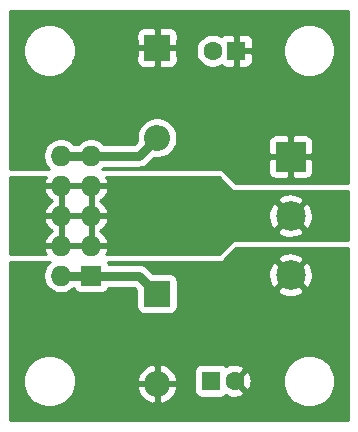
<source format=gbr>
%TF.GenerationSoftware,KiCad,Pcbnew,5.1.8-db9833491~87~ubuntu20.04.1*%
%TF.CreationDate,2020-11-21T13:57:41-05:00*%
%TF.ProjectId,powerbreakout,706f7765-7262-4726-9561-6b6f75742e6b,rev?*%
%TF.SameCoordinates,Original*%
%TF.FileFunction,Copper,L1,Top*%
%TF.FilePolarity,Positive*%
%FSLAX46Y46*%
G04 Gerber Fmt 4.6, Leading zero omitted, Abs format (unit mm)*
G04 Created by KiCad (PCBNEW 5.1.8-db9833491~87~ubuntu20.04.1) date 2020-11-21 13:57:41*
%MOMM*%
%LPD*%
G01*
G04 APERTURE LIST*
%TA.AperFunction,ComponentPad*%
%ADD10C,2.500000*%
%TD*%
%TA.AperFunction,ComponentPad*%
%ADD11R,2.500000X2.500000*%
%TD*%
%TA.AperFunction,ComponentPad*%
%ADD12O,1.727200X1.727200*%
%TD*%
%TA.AperFunction,ComponentPad*%
%ADD13R,1.727200X1.727200*%
%TD*%
%TA.AperFunction,ComponentPad*%
%ADD14O,2.200000X2.200000*%
%TD*%
%TA.AperFunction,ComponentPad*%
%ADD15R,2.200000X2.200000*%
%TD*%
%TA.AperFunction,ComponentPad*%
%ADD16C,1.600000*%
%TD*%
%TA.AperFunction,ComponentPad*%
%ADD17R,1.600000X1.600000*%
%TD*%
%TA.AperFunction,Conductor*%
%ADD18C,0.750000*%
%TD*%
%TA.AperFunction,Conductor*%
%ADD19C,0.254000*%
%TD*%
%TA.AperFunction,Conductor*%
%ADD20C,0.100000*%
%TD*%
G04 APERTURE END LIST*
D10*
%TO.P,J2,3*%
%TO.N,-12V*%
X19431000Y-5000000D03*
%TO.P,J2,2*%
%TO.N,GND*%
X19431000Y0D03*
D11*
%TO.P,J2,1*%
%TO.N,+12V*%
X19431000Y5000000D03*
%TD*%
D12*
%TO.P,J1,10*%
%TO.N,Net-(D1-Pad2)*%
X0Y5080000D03*
%TO.P,J1,9*%
X2540000Y5080000D03*
%TO.P,J1,8*%
%TO.N,GND*%
X0Y2540000D03*
%TO.P,J1,7*%
X2540000Y2540000D03*
%TO.P,J1,6*%
X0Y0D03*
%TO.P,J1,5*%
X2540000Y0D03*
%TO.P,J1,4*%
X0Y-2540000D03*
%TO.P,J1,3*%
X2540000Y-2540000D03*
%TO.P,J1,2*%
%TO.N,Net-(D2-Pad1)*%
X0Y-5080000D03*
D13*
%TO.P,J1,1*%
X2540000Y-5080000D03*
%TD*%
D14*
%TO.P,D2,2*%
%TO.N,-12V*%
X8128000Y-14224000D03*
D15*
%TO.P,D2,1*%
%TO.N,Net-(D2-Pad1)*%
X8128000Y-6604000D03*
%TD*%
D14*
%TO.P,D1,2*%
%TO.N,Net-(D1-Pad2)*%
X8128000Y6604000D03*
D15*
%TO.P,D1,1*%
%TO.N,+12V*%
X8128000Y14224000D03*
%TD*%
D16*
%TO.P,C2,2*%
%TO.N,-12V*%
X14700000Y-13970000D03*
D17*
%TO.P,C2,1*%
%TO.N,GND*%
X12700000Y-13970000D03*
%TD*%
D16*
%TO.P,C1,2*%
%TO.N,GND*%
X12827000Y13970000D03*
D17*
%TO.P,C1,1*%
%TO.N,+12V*%
X14827000Y13970000D03*
%TD*%
D18*
%TO.N,Net-(D1-Pad2)*%
X0Y5080000D02*
X2540000Y5080000D01*
X6604000Y5080000D02*
X8128000Y6604000D01*
X2540000Y5080000D02*
X6604000Y5080000D01*
%TO.N,Net-(D2-Pad1)*%
X0Y-5080000D02*
X2540000Y-5080000D01*
X6604000Y-5080000D02*
X8128000Y-6604000D01*
X2540000Y-5080000D02*
X6604000Y-5080000D01*
%TD*%
D19*
%TO.N,GND*%
X-1409222Y3049814D02*
X-1454958Y2899026D01*
X-1333817Y2667000D01*
X-127000Y2667000D01*
X-127000Y2687000D01*
X127000Y2687000D01*
X127000Y2667000D01*
X2413000Y2667000D01*
X2413000Y2687000D01*
X2667000Y2687000D01*
X2667000Y2667000D01*
X3873817Y2667000D01*
X3994958Y2899026D01*
X3949222Y3049814D01*
X3842703Y3273000D01*
X13347394Y3273000D01*
X14510197Y2110197D01*
X14529443Y2094403D01*
X14551399Y2082667D01*
X14575224Y2075440D01*
X14600000Y2073000D01*
X24315000Y2073000D01*
X24315001Y-2073000D01*
X14600000Y-2073000D01*
X14575224Y-2075440D01*
X14551399Y-2082667D01*
X14529443Y-2094403D01*
X14510197Y-2110197D01*
X13347394Y-3273000D01*
X3842703Y-3273000D01*
X3949222Y-3049814D01*
X3994958Y-2899026D01*
X3873817Y-2667000D01*
X2667000Y-2667000D01*
X2667000Y-2687000D01*
X2413000Y-2687000D01*
X2413000Y-2667000D01*
X127000Y-2667000D01*
X127000Y-2687000D01*
X-127000Y-2687000D01*
X-127000Y-2667000D01*
X-1333817Y-2667000D01*
X-1454958Y-2899026D01*
X-1409222Y-3049814D01*
X-1302703Y-3273000D01*
X-4315000Y-3273000D01*
X-4315000Y-359026D01*
X-1454958Y-359026D01*
X-1409222Y-509814D01*
X-1282684Y-774944D01*
X-1106854Y-1010293D01*
X-888488Y-1206817D01*
X-782230Y-1270000D01*
X-888488Y-1333183D01*
X-1106854Y-1529707D01*
X-1282684Y-1765056D01*
X-1409222Y-2030186D01*
X-1454958Y-2180974D01*
X-1333817Y-2413000D01*
X-127000Y-2413000D01*
X-127000Y-127000D01*
X127000Y-127000D01*
X127000Y-2413000D01*
X2413000Y-2413000D01*
X2413000Y-127000D01*
X2667000Y-127000D01*
X2667000Y-2413000D01*
X3873817Y-2413000D01*
X3994958Y-2180974D01*
X3949222Y-2030186D01*
X3822684Y-1765056D01*
X3646854Y-1529707D01*
X3428488Y-1333183D01*
X3395563Y-1313605D01*
X18297000Y-1313605D01*
X18422914Y-1603577D01*
X18755126Y-1769433D01*
X19113312Y-1867290D01*
X19483706Y-1893389D01*
X19852075Y-1846725D01*
X20204262Y-1729094D01*
X20439086Y-1603577D01*
X20565000Y-1313605D01*
X19431000Y-179605D01*
X18297000Y-1313605D01*
X3395563Y-1313605D01*
X3322230Y-1270000D01*
X3428488Y-1206817D01*
X3646854Y-1010293D01*
X3822684Y-774944D01*
X3949222Y-509814D01*
X3994958Y-359026D01*
X3873817Y-127000D01*
X2667000Y-127000D01*
X2413000Y-127000D01*
X127000Y-127000D01*
X-127000Y-127000D01*
X-1333817Y-127000D01*
X-1454958Y-359026D01*
X-4315000Y-359026D01*
X-4315000Y-52706D01*
X17537611Y-52706D01*
X17584275Y-421075D01*
X17701906Y-773262D01*
X17827423Y-1008086D01*
X18117395Y-1134000D01*
X19251395Y0D01*
X19610605Y0D01*
X20744605Y-1134000D01*
X21034577Y-1008086D01*
X21200433Y-675874D01*
X21298290Y-317688D01*
X21324389Y52706D01*
X21277725Y421075D01*
X21160094Y773262D01*
X21034577Y1008086D01*
X20744605Y1134000D01*
X19610605Y0D01*
X19251395Y0D01*
X18117395Y1134000D01*
X17827423Y1008086D01*
X17661567Y675874D01*
X17563710Y317688D01*
X17537611Y-52706D01*
X-4315000Y-52706D01*
X-4315000Y2180974D01*
X-1454958Y2180974D01*
X-1409222Y2030186D01*
X-1282684Y1765056D01*
X-1106854Y1529707D01*
X-888488Y1333183D01*
X-782230Y1270000D01*
X-888488Y1206817D01*
X-1106854Y1010293D01*
X-1282684Y774944D01*
X-1409222Y509814D01*
X-1454958Y359026D01*
X-1333817Y127000D01*
X-127000Y127000D01*
X-127000Y2413000D01*
X127000Y2413000D01*
X127000Y127000D01*
X2413000Y127000D01*
X2413000Y2413000D01*
X2667000Y2413000D01*
X2667000Y127000D01*
X3873817Y127000D01*
X3994958Y359026D01*
X3949222Y509814D01*
X3822684Y774944D01*
X3646854Y1010293D01*
X3428488Y1206817D01*
X3322230Y1270000D01*
X3395562Y1313605D01*
X18297000Y1313605D01*
X19431000Y179605D01*
X20565000Y1313605D01*
X20439086Y1603577D01*
X20106874Y1769433D01*
X19748688Y1867290D01*
X19378294Y1893389D01*
X19009925Y1846725D01*
X18657738Y1729094D01*
X18422914Y1603577D01*
X18297000Y1313605D01*
X3395562Y1313605D01*
X3428488Y1333183D01*
X3646854Y1529707D01*
X3822684Y1765056D01*
X3949222Y2030186D01*
X3994958Y2180974D01*
X3873817Y2413000D01*
X2667000Y2413000D01*
X2413000Y2413000D01*
X127000Y2413000D01*
X-127000Y2413000D01*
X-1333817Y2413000D01*
X-1454958Y2180974D01*
X-4315000Y2180974D01*
X-4315000Y3273000D01*
X-1302703Y3273000D01*
X-1409222Y3049814D01*
%TA.AperFunction,Conductor*%
D20*
G36*
X-1409222Y3049814D02*
G01*
X-1454958Y2899026D01*
X-1333817Y2667000D01*
X-127000Y2667000D01*
X-127000Y2687000D01*
X127000Y2687000D01*
X127000Y2667000D01*
X2413000Y2667000D01*
X2413000Y2687000D01*
X2667000Y2687000D01*
X2667000Y2667000D01*
X3873817Y2667000D01*
X3994958Y2899026D01*
X3949222Y3049814D01*
X3842703Y3273000D01*
X13347394Y3273000D01*
X14510197Y2110197D01*
X14529443Y2094403D01*
X14551399Y2082667D01*
X14575224Y2075440D01*
X14600000Y2073000D01*
X24315000Y2073000D01*
X24315001Y-2073000D01*
X14600000Y-2073000D01*
X14575224Y-2075440D01*
X14551399Y-2082667D01*
X14529443Y-2094403D01*
X14510197Y-2110197D01*
X13347394Y-3273000D01*
X3842703Y-3273000D01*
X3949222Y-3049814D01*
X3994958Y-2899026D01*
X3873817Y-2667000D01*
X2667000Y-2667000D01*
X2667000Y-2687000D01*
X2413000Y-2687000D01*
X2413000Y-2667000D01*
X127000Y-2667000D01*
X127000Y-2687000D01*
X-127000Y-2687000D01*
X-127000Y-2667000D01*
X-1333817Y-2667000D01*
X-1454958Y-2899026D01*
X-1409222Y-3049814D01*
X-1302703Y-3273000D01*
X-4315000Y-3273000D01*
X-4315000Y-359026D01*
X-1454958Y-359026D01*
X-1409222Y-509814D01*
X-1282684Y-774944D01*
X-1106854Y-1010293D01*
X-888488Y-1206817D01*
X-782230Y-1270000D01*
X-888488Y-1333183D01*
X-1106854Y-1529707D01*
X-1282684Y-1765056D01*
X-1409222Y-2030186D01*
X-1454958Y-2180974D01*
X-1333817Y-2413000D01*
X-127000Y-2413000D01*
X-127000Y-127000D01*
X127000Y-127000D01*
X127000Y-2413000D01*
X2413000Y-2413000D01*
X2413000Y-127000D01*
X2667000Y-127000D01*
X2667000Y-2413000D01*
X3873817Y-2413000D01*
X3994958Y-2180974D01*
X3949222Y-2030186D01*
X3822684Y-1765056D01*
X3646854Y-1529707D01*
X3428488Y-1333183D01*
X3395563Y-1313605D01*
X18297000Y-1313605D01*
X18422914Y-1603577D01*
X18755126Y-1769433D01*
X19113312Y-1867290D01*
X19483706Y-1893389D01*
X19852075Y-1846725D01*
X20204262Y-1729094D01*
X20439086Y-1603577D01*
X20565000Y-1313605D01*
X19431000Y-179605D01*
X18297000Y-1313605D01*
X3395563Y-1313605D01*
X3322230Y-1270000D01*
X3428488Y-1206817D01*
X3646854Y-1010293D01*
X3822684Y-774944D01*
X3949222Y-509814D01*
X3994958Y-359026D01*
X3873817Y-127000D01*
X2667000Y-127000D01*
X2413000Y-127000D01*
X127000Y-127000D01*
X-127000Y-127000D01*
X-1333817Y-127000D01*
X-1454958Y-359026D01*
X-4315000Y-359026D01*
X-4315000Y-52706D01*
X17537611Y-52706D01*
X17584275Y-421075D01*
X17701906Y-773262D01*
X17827423Y-1008086D01*
X18117395Y-1134000D01*
X19251395Y0D01*
X19610605Y0D01*
X20744605Y-1134000D01*
X21034577Y-1008086D01*
X21200433Y-675874D01*
X21298290Y-317688D01*
X21324389Y52706D01*
X21277725Y421075D01*
X21160094Y773262D01*
X21034577Y1008086D01*
X20744605Y1134000D01*
X19610605Y0D01*
X19251395Y0D01*
X18117395Y1134000D01*
X17827423Y1008086D01*
X17661567Y675874D01*
X17563710Y317688D01*
X17537611Y-52706D01*
X-4315000Y-52706D01*
X-4315000Y2180974D01*
X-1454958Y2180974D01*
X-1409222Y2030186D01*
X-1282684Y1765056D01*
X-1106854Y1529707D01*
X-888488Y1333183D01*
X-782230Y1270000D01*
X-888488Y1206817D01*
X-1106854Y1010293D01*
X-1282684Y774944D01*
X-1409222Y509814D01*
X-1454958Y359026D01*
X-1333817Y127000D01*
X-127000Y127000D01*
X-127000Y2413000D01*
X127000Y2413000D01*
X127000Y127000D01*
X2413000Y127000D01*
X2413000Y2413000D01*
X2667000Y2413000D01*
X2667000Y127000D01*
X3873817Y127000D01*
X3994958Y359026D01*
X3949222Y509814D01*
X3822684Y774944D01*
X3646854Y1010293D01*
X3428488Y1206817D01*
X3322230Y1270000D01*
X3395562Y1313605D01*
X18297000Y1313605D01*
X19431000Y179605D01*
X20565000Y1313605D01*
X20439086Y1603577D01*
X20106874Y1769433D01*
X19748688Y1867290D01*
X19378294Y1893389D01*
X19009925Y1846725D01*
X18657738Y1729094D01*
X18422914Y1603577D01*
X18297000Y1313605D01*
X3395562Y1313605D01*
X3428488Y1333183D01*
X3646854Y1529707D01*
X3822684Y1765056D01*
X3949222Y2030186D01*
X3994958Y2180974D01*
X3873817Y2413000D01*
X2667000Y2413000D01*
X2413000Y2413000D01*
X127000Y2413000D01*
X-127000Y2413000D01*
X-1333817Y2413000D01*
X-1454958Y2180974D01*
X-4315000Y2180974D01*
X-4315000Y3273000D01*
X-1302703Y3273000D01*
X-1409222Y3049814D01*
G37*
%TD.AperFunction*%
%TD*%
D19*
%TO.N,+12V*%
X24315000Y2727000D02*
X14852606Y2727000D01*
X13829606Y3750000D01*
X17542928Y3750000D01*
X17555188Y3625518D01*
X17591498Y3505820D01*
X17650463Y3395506D01*
X17729815Y3298815D01*
X17826506Y3219463D01*
X17936820Y3160498D01*
X18056518Y3124188D01*
X18181000Y3111928D01*
X19145250Y3115000D01*
X19304000Y3273750D01*
X19304000Y4873000D01*
X19558000Y4873000D01*
X19558000Y3273750D01*
X19716750Y3115000D01*
X20681000Y3111928D01*
X20805482Y3124188D01*
X20925180Y3160498D01*
X21035494Y3219463D01*
X21132185Y3298815D01*
X21211537Y3395506D01*
X21270502Y3505820D01*
X21306812Y3625518D01*
X21319072Y3750000D01*
X21316000Y4714250D01*
X21157250Y4873000D01*
X19558000Y4873000D01*
X19304000Y4873000D01*
X17704750Y4873000D01*
X17546000Y4714250D01*
X17542928Y3750000D01*
X13829606Y3750000D01*
X13689803Y3889803D01*
X13670557Y3905597D01*
X13648601Y3917333D01*
X13624776Y3924560D01*
X13600065Y3927000D01*
X3511488Y3932147D01*
X3649341Y4070000D01*
X6554392Y4070000D01*
X6604000Y4065114D01*
X6801994Y4084615D01*
X6992380Y4142368D01*
X7167840Y4236153D01*
X7321633Y4362367D01*
X7353261Y4400906D01*
X7843880Y4891524D01*
X7957117Y4869000D01*
X8298883Y4869000D01*
X8634081Y4935675D01*
X8949831Y5066463D01*
X9233998Y5256337D01*
X9475663Y5498002D01*
X9665537Y5782169D01*
X9796325Y6097919D01*
X9826575Y6250000D01*
X17542928Y6250000D01*
X17546000Y5285750D01*
X17704750Y5127000D01*
X19304000Y5127000D01*
X19304000Y6726250D01*
X19558000Y6726250D01*
X19558000Y5127000D01*
X21157250Y5127000D01*
X21316000Y5285750D01*
X21319072Y6250000D01*
X21306812Y6374482D01*
X21270502Y6494180D01*
X21211537Y6604494D01*
X21132185Y6701185D01*
X21035494Y6780537D01*
X20925180Y6839502D01*
X20805482Y6875812D01*
X20681000Y6888072D01*
X19716750Y6885000D01*
X19558000Y6726250D01*
X19304000Y6726250D01*
X19145250Y6885000D01*
X18181000Y6888072D01*
X18056518Y6875812D01*
X17936820Y6839502D01*
X17826506Y6780537D01*
X17729815Y6701185D01*
X17650463Y6604494D01*
X17591498Y6494180D01*
X17555188Y6374482D01*
X17542928Y6250000D01*
X9826575Y6250000D01*
X9863000Y6433117D01*
X9863000Y6774883D01*
X9796325Y7110081D01*
X9665537Y7425831D01*
X9475663Y7709998D01*
X9233998Y7951663D01*
X8949831Y8141537D01*
X8634081Y8272325D01*
X8298883Y8339000D01*
X7957117Y8339000D01*
X7621919Y8272325D01*
X7306169Y8141537D01*
X7022002Y7951663D01*
X6780337Y7709998D01*
X6590463Y7425831D01*
X6459675Y7110081D01*
X6393000Y6774883D01*
X6393000Y6433117D01*
X6415524Y6319880D01*
X6185645Y6090000D01*
X3649341Y6090000D01*
X3495302Y6244039D01*
X3249853Y6408042D01*
X2977125Y6521010D01*
X2687599Y6578600D01*
X2392401Y6578600D01*
X2102875Y6521010D01*
X1830147Y6408042D01*
X1584698Y6244039D01*
X1430659Y6090000D01*
X1109341Y6090000D01*
X955302Y6244039D01*
X709853Y6408042D01*
X437125Y6521010D01*
X147599Y6578600D01*
X-147599Y6578600D01*
X-437125Y6521010D01*
X-709853Y6408042D01*
X-955302Y6244039D01*
X-1164039Y6035302D01*
X-1328042Y5789853D01*
X-1441010Y5517125D01*
X-1498600Y5227599D01*
X-1498600Y4932401D01*
X-1441010Y4642875D01*
X-1328042Y4370147D01*
X-1164039Y4124698D01*
X-973776Y3934435D01*
X-4315000Y3936140D01*
X-4315000Y14220128D01*
X-3235000Y14220128D01*
X-3235000Y13779872D01*
X-3149110Y13348075D01*
X-2980631Y12941331D01*
X-2736038Y12575271D01*
X-2424729Y12263962D01*
X-2058669Y12019369D01*
X-1651925Y11850890D01*
X-1220128Y11765000D01*
X-779872Y11765000D01*
X-348075Y11850890D01*
X58669Y12019369D01*
X424729Y12263962D01*
X736038Y12575271D01*
X980631Y12941331D01*
X1056295Y13124000D01*
X6389928Y13124000D01*
X6402188Y12999518D01*
X6438498Y12879820D01*
X6497463Y12769506D01*
X6576815Y12672815D01*
X6673506Y12593463D01*
X6783820Y12534498D01*
X6903518Y12498188D01*
X7028000Y12485928D01*
X7842250Y12489000D01*
X8001000Y12647750D01*
X8001000Y14097000D01*
X8255000Y14097000D01*
X8255000Y12647750D01*
X8413750Y12489000D01*
X9228000Y12485928D01*
X9352482Y12498188D01*
X9472180Y12534498D01*
X9582494Y12593463D01*
X9679185Y12672815D01*
X9758537Y12769506D01*
X9817502Y12879820D01*
X9853812Y12999518D01*
X9866072Y13124000D01*
X9863000Y13938250D01*
X9704250Y14097000D01*
X8255000Y14097000D01*
X8001000Y14097000D01*
X6551750Y14097000D01*
X6393000Y13938250D01*
X6389928Y13124000D01*
X1056295Y13124000D01*
X1149110Y13348075D01*
X1235000Y13779872D01*
X1235000Y14111335D01*
X11392000Y14111335D01*
X11392000Y13828665D01*
X11447147Y13551426D01*
X11555320Y13290273D01*
X11712363Y13055241D01*
X11912241Y12855363D01*
X12147273Y12698320D01*
X12408426Y12590147D01*
X12685665Y12535000D01*
X12968335Y12535000D01*
X13245574Y12590147D01*
X13506727Y12698320D01*
X13562210Y12735393D01*
X13575815Y12718815D01*
X13672506Y12639463D01*
X13782820Y12580498D01*
X13902518Y12544188D01*
X14027000Y12531928D01*
X14541250Y12535000D01*
X14700000Y12693750D01*
X14700000Y13843000D01*
X14954000Y13843000D01*
X14954000Y12693750D01*
X15112750Y12535000D01*
X15627000Y12531928D01*
X15751482Y12544188D01*
X15871180Y12580498D01*
X15981494Y12639463D01*
X16078185Y12718815D01*
X16157537Y12815506D01*
X16216502Y12925820D01*
X16252812Y13045518D01*
X16265072Y13170000D01*
X16262000Y13684250D01*
X16103250Y13843000D01*
X14954000Y13843000D01*
X14700000Y13843000D01*
X14680000Y13843000D01*
X14680000Y14097000D01*
X14700000Y14097000D01*
X14700000Y15246250D01*
X14954000Y15246250D01*
X14954000Y14097000D01*
X16103250Y14097000D01*
X16226378Y14220128D01*
X18765000Y14220128D01*
X18765000Y13779872D01*
X18850890Y13348075D01*
X19019369Y12941331D01*
X19263962Y12575271D01*
X19575271Y12263962D01*
X19941331Y12019369D01*
X20348075Y11850890D01*
X20779872Y11765000D01*
X21220128Y11765000D01*
X21651925Y11850890D01*
X22058669Y12019369D01*
X22424729Y12263962D01*
X22736038Y12575271D01*
X22980631Y12941331D01*
X23149110Y13348075D01*
X23235000Y13779872D01*
X23235000Y14220128D01*
X23149110Y14651925D01*
X22980631Y15058669D01*
X22736038Y15424729D01*
X22424729Y15736038D01*
X22058669Y15980631D01*
X21651925Y16149110D01*
X21220128Y16235000D01*
X20779872Y16235000D01*
X20348075Y16149110D01*
X19941331Y15980631D01*
X19575271Y15736038D01*
X19263962Y15424729D01*
X19019369Y15058669D01*
X18850890Y14651925D01*
X18765000Y14220128D01*
X16226378Y14220128D01*
X16262000Y14255750D01*
X16265072Y14770000D01*
X16252812Y14894482D01*
X16216502Y15014180D01*
X16157537Y15124494D01*
X16078185Y15221185D01*
X15981494Y15300537D01*
X15871180Y15359502D01*
X15751482Y15395812D01*
X15627000Y15408072D01*
X15112750Y15405000D01*
X14954000Y15246250D01*
X14700000Y15246250D01*
X14541250Y15405000D01*
X14027000Y15408072D01*
X13902518Y15395812D01*
X13782820Y15359502D01*
X13672506Y15300537D01*
X13575815Y15221185D01*
X13562210Y15204607D01*
X13506727Y15241680D01*
X13245574Y15349853D01*
X12968335Y15405000D01*
X12685665Y15405000D01*
X12408426Y15349853D01*
X12147273Y15241680D01*
X11912241Y15084637D01*
X11712363Y14884759D01*
X11555320Y14649727D01*
X11447147Y14388574D01*
X11392000Y14111335D01*
X1235000Y14111335D01*
X1235000Y14220128D01*
X1149110Y14651925D01*
X980631Y15058669D01*
X803343Y15324000D01*
X6389928Y15324000D01*
X6393000Y14509750D01*
X6551750Y14351000D01*
X8001000Y14351000D01*
X8001000Y15800250D01*
X8255000Y15800250D01*
X8255000Y14351000D01*
X9704250Y14351000D01*
X9863000Y14509750D01*
X9866072Y15324000D01*
X9853812Y15448482D01*
X9817502Y15568180D01*
X9758537Y15678494D01*
X9679185Y15775185D01*
X9582494Y15854537D01*
X9472180Y15913502D01*
X9352482Y15949812D01*
X9228000Y15962072D01*
X8413750Y15959000D01*
X8255000Y15800250D01*
X8001000Y15800250D01*
X7842250Y15959000D01*
X7028000Y15962072D01*
X6903518Y15949812D01*
X6783820Y15913502D01*
X6673506Y15854537D01*
X6576815Y15775185D01*
X6497463Y15678494D01*
X6438498Y15568180D01*
X6402188Y15448482D01*
X6389928Y15324000D01*
X803343Y15324000D01*
X736038Y15424729D01*
X424729Y15736038D01*
X58669Y15980631D01*
X-348075Y16149110D01*
X-779872Y16235000D01*
X-1220128Y16235000D01*
X-1651925Y16149110D01*
X-2058669Y15980631D01*
X-2424729Y15736038D01*
X-2736038Y15424729D01*
X-2980631Y15058669D01*
X-3149110Y14651925D01*
X-3235000Y14220128D01*
X-4315000Y14220128D01*
X-4315000Y17315000D01*
X24315000Y17315000D01*
X24315000Y2727000D01*
%TA.AperFunction,Conductor*%
D20*
G36*
X24315000Y2727000D02*
G01*
X14852606Y2727000D01*
X13829606Y3750000D01*
X17542928Y3750000D01*
X17555188Y3625518D01*
X17591498Y3505820D01*
X17650463Y3395506D01*
X17729815Y3298815D01*
X17826506Y3219463D01*
X17936820Y3160498D01*
X18056518Y3124188D01*
X18181000Y3111928D01*
X19145250Y3115000D01*
X19304000Y3273750D01*
X19304000Y4873000D01*
X19558000Y4873000D01*
X19558000Y3273750D01*
X19716750Y3115000D01*
X20681000Y3111928D01*
X20805482Y3124188D01*
X20925180Y3160498D01*
X21035494Y3219463D01*
X21132185Y3298815D01*
X21211537Y3395506D01*
X21270502Y3505820D01*
X21306812Y3625518D01*
X21319072Y3750000D01*
X21316000Y4714250D01*
X21157250Y4873000D01*
X19558000Y4873000D01*
X19304000Y4873000D01*
X17704750Y4873000D01*
X17546000Y4714250D01*
X17542928Y3750000D01*
X13829606Y3750000D01*
X13689803Y3889803D01*
X13670557Y3905597D01*
X13648601Y3917333D01*
X13624776Y3924560D01*
X13600065Y3927000D01*
X3511488Y3932147D01*
X3649341Y4070000D01*
X6554392Y4070000D01*
X6604000Y4065114D01*
X6801994Y4084615D01*
X6992380Y4142368D01*
X7167840Y4236153D01*
X7321633Y4362367D01*
X7353261Y4400906D01*
X7843880Y4891524D01*
X7957117Y4869000D01*
X8298883Y4869000D01*
X8634081Y4935675D01*
X8949831Y5066463D01*
X9233998Y5256337D01*
X9475663Y5498002D01*
X9665537Y5782169D01*
X9796325Y6097919D01*
X9826575Y6250000D01*
X17542928Y6250000D01*
X17546000Y5285750D01*
X17704750Y5127000D01*
X19304000Y5127000D01*
X19304000Y6726250D01*
X19558000Y6726250D01*
X19558000Y5127000D01*
X21157250Y5127000D01*
X21316000Y5285750D01*
X21319072Y6250000D01*
X21306812Y6374482D01*
X21270502Y6494180D01*
X21211537Y6604494D01*
X21132185Y6701185D01*
X21035494Y6780537D01*
X20925180Y6839502D01*
X20805482Y6875812D01*
X20681000Y6888072D01*
X19716750Y6885000D01*
X19558000Y6726250D01*
X19304000Y6726250D01*
X19145250Y6885000D01*
X18181000Y6888072D01*
X18056518Y6875812D01*
X17936820Y6839502D01*
X17826506Y6780537D01*
X17729815Y6701185D01*
X17650463Y6604494D01*
X17591498Y6494180D01*
X17555188Y6374482D01*
X17542928Y6250000D01*
X9826575Y6250000D01*
X9863000Y6433117D01*
X9863000Y6774883D01*
X9796325Y7110081D01*
X9665537Y7425831D01*
X9475663Y7709998D01*
X9233998Y7951663D01*
X8949831Y8141537D01*
X8634081Y8272325D01*
X8298883Y8339000D01*
X7957117Y8339000D01*
X7621919Y8272325D01*
X7306169Y8141537D01*
X7022002Y7951663D01*
X6780337Y7709998D01*
X6590463Y7425831D01*
X6459675Y7110081D01*
X6393000Y6774883D01*
X6393000Y6433117D01*
X6415524Y6319880D01*
X6185645Y6090000D01*
X3649341Y6090000D01*
X3495302Y6244039D01*
X3249853Y6408042D01*
X2977125Y6521010D01*
X2687599Y6578600D01*
X2392401Y6578600D01*
X2102875Y6521010D01*
X1830147Y6408042D01*
X1584698Y6244039D01*
X1430659Y6090000D01*
X1109341Y6090000D01*
X955302Y6244039D01*
X709853Y6408042D01*
X437125Y6521010D01*
X147599Y6578600D01*
X-147599Y6578600D01*
X-437125Y6521010D01*
X-709853Y6408042D01*
X-955302Y6244039D01*
X-1164039Y6035302D01*
X-1328042Y5789853D01*
X-1441010Y5517125D01*
X-1498600Y5227599D01*
X-1498600Y4932401D01*
X-1441010Y4642875D01*
X-1328042Y4370147D01*
X-1164039Y4124698D01*
X-973776Y3934435D01*
X-4315000Y3936140D01*
X-4315000Y14220128D01*
X-3235000Y14220128D01*
X-3235000Y13779872D01*
X-3149110Y13348075D01*
X-2980631Y12941331D01*
X-2736038Y12575271D01*
X-2424729Y12263962D01*
X-2058669Y12019369D01*
X-1651925Y11850890D01*
X-1220128Y11765000D01*
X-779872Y11765000D01*
X-348075Y11850890D01*
X58669Y12019369D01*
X424729Y12263962D01*
X736038Y12575271D01*
X980631Y12941331D01*
X1056295Y13124000D01*
X6389928Y13124000D01*
X6402188Y12999518D01*
X6438498Y12879820D01*
X6497463Y12769506D01*
X6576815Y12672815D01*
X6673506Y12593463D01*
X6783820Y12534498D01*
X6903518Y12498188D01*
X7028000Y12485928D01*
X7842250Y12489000D01*
X8001000Y12647750D01*
X8001000Y14097000D01*
X8255000Y14097000D01*
X8255000Y12647750D01*
X8413750Y12489000D01*
X9228000Y12485928D01*
X9352482Y12498188D01*
X9472180Y12534498D01*
X9582494Y12593463D01*
X9679185Y12672815D01*
X9758537Y12769506D01*
X9817502Y12879820D01*
X9853812Y12999518D01*
X9866072Y13124000D01*
X9863000Y13938250D01*
X9704250Y14097000D01*
X8255000Y14097000D01*
X8001000Y14097000D01*
X6551750Y14097000D01*
X6393000Y13938250D01*
X6389928Y13124000D01*
X1056295Y13124000D01*
X1149110Y13348075D01*
X1235000Y13779872D01*
X1235000Y14111335D01*
X11392000Y14111335D01*
X11392000Y13828665D01*
X11447147Y13551426D01*
X11555320Y13290273D01*
X11712363Y13055241D01*
X11912241Y12855363D01*
X12147273Y12698320D01*
X12408426Y12590147D01*
X12685665Y12535000D01*
X12968335Y12535000D01*
X13245574Y12590147D01*
X13506727Y12698320D01*
X13562210Y12735393D01*
X13575815Y12718815D01*
X13672506Y12639463D01*
X13782820Y12580498D01*
X13902518Y12544188D01*
X14027000Y12531928D01*
X14541250Y12535000D01*
X14700000Y12693750D01*
X14700000Y13843000D01*
X14954000Y13843000D01*
X14954000Y12693750D01*
X15112750Y12535000D01*
X15627000Y12531928D01*
X15751482Y12544188D01*
X15871180Y12580498D01*
X15981494Y12639463D01*
X16078185Y12718815D01*
X16157537Y12815506D01*
X16216502Y12925820D01*
X16252812Y13045518D01*
X16265072Y13170000D01*
X16262000Y13684250D01*
X16103250Y13843000D01*
X14954000Y13843000D01*
X14700000Y13843000D01*
X14680000Y13843000D01*
X14680000Y14097000D01*
X14700000Y14097000D01*
X14700000Y15246250D01*
X14954000Y15246250D01*
X14954000Y14097000D01*
X16103250Y14097000D01*
X16226378Y14220128D01*
X18765000Y14220128D01*
X18765000Y13779872D01*
X18850890Y13348075D01*
X19019369Y12941331D01*
X19263962Y12575271D01*
X19575271Y12263962D01*
X19941331Y12019369D01*
X20348075Y11850890D01*
X20779872Y11765000D01*
X21220128Y11765000D01*
X21651925Y11850890D01*
X22058669Y12019369D01*
X22424729Y12263962D01*
X22736038Y12575271D01*
X22980631Y12941331D01*
X23149110Y13348075D01*
X23235000Y13779872D01*
X23235000Y14220128D01*
X23149110Y14651925D01*
X22980631Y15058669D01*
X22736038Y15424729D01*
X22424729Y15736038D01*
X22058669Y15980631D01*
X21651925Y16149110D01*
X21220128Y16235000D01*
X20779872Y16235000D01*
X20348075Y16149110D01*
X19941331Y15980631D01*
X19575271Y15736038D01*
X19263962Y15424729D01*
X19019369Y15058669D01*
X18850890Y14651925D01*
X18765000Y14220128D01*
X16226378Y14220128D01*
X16262000Y14255750D01*
X16265072Y14770000D01*
X16252812Y14894482D01*
X16216502Y15014180D01*
X16157537Y15124494D01*
X16078185Y15221185D01*
X15981494Y15300537D01*
X15871180Y15359502D01*
X15751482Y15395812D01*
X15627000Y15408072D01*
X15112750Y15405000D01*
X14954000Y15246250D01*
X14700000Y15246250D01*
X14541250Y15405000D01*
X14027000Y15408072D01*
X13902518Y15395812D01*
X13782820Y15359502D01*
X13672506Y15300537D01*
X13575815Y15221185D01*
X13562210Y15204607D01*
X13506727Y15241680D01*
X13245574Y15349853D01*
X12968335Y15405000D01*
X12685665Y15405000D01*
X12408426Y15349853D01*
X12147273Y15241680D01*
X11912241Y15084637D01*
X11712363Y14884759D01*
X11555320Y14649727D01*
X11447147Y14388574D01*
X11392000Y14111335D01*
X1235000Y14111335D01*
X1235000Y14220128D01*
X1149110Y14651925D01*
X980631Y15058669D01*
X803343Y15324000D01*
X6389928Y15324000D01*
X6393000Y14509750D01*
X6551750Y14351000D01*
X8001000Y14351000D01*
X8001000Y15800250D01*
X8255000Y15800250D01*
X8255000Y14351000D01*
X9704250Y14351000D01*
X9863000Y14509750D01*
X9866072Y15324000D01*
X9853812Y15448482D01*
X9817502Y15568180D01*
X9758537Y15678494D01*
X9679185Y15775185D01*
X9582494Y15854537D01*
X9472180Y15913502D01*
X9352482Y15949812D01*
X9228000Y15962072D01*
X8413750Y15959000D01*
X8255000Y15800250D01*
X8001000Y15800250D01*
X7842250Y15959000D01*
X7028000Y15962072D01*
X6903518Y15949812D01*
X6783820Y15913502D01*
X6673506Y15854537D01*
X6576815Y15775185D01*
X6497463Y15678494D01*
X6438498Y15568180D01*
X6402188Y15448482D01*
X6389928Y15324000D01*
X803343Y15324000D01*
X736038Y15424729D01*
X424729Y15736038D01*
X58669Y15980631D01*
X-348075Y16149110D01*
X-779872Y16235000D01*
X-1220128Y16235000D01*
X-1651925Y16149110D01*
X-2058669Y15980631D01*
X-2424729Y15736038D01*
X-2736038Y15424729D01*
X-2980631Y15058669D01*
X-3149110Y14651925D01*
X-3235000Y14220128D01*
X-4315000Y14220128D01*
X-4315000Y17315000D01*
X24315000Y17315000D01*
X24315000Y2727000D01*
G37*
%TD.AperFunction*%
%TD*%
D19*
%TO.N,-12V*%
X24315001Y-17315000D02*
X-4315000Y-17315000D01*
X-4315000Y-13779872D01*
X-3235000Y-13779872D01*
X-3235000Y-14220128D01*
X-3149110Y-14651925D01*
X-2980631Y-15058669D01*
X-2736038Y-15424729D01*
X-2424729Y-15736038D01*
X-2058669Y-15980631D01*
X-1651925Y-16149110D01*
X-1220128Y-16235000D01*
X-779872Y-16235000D01*
X-348075Y-16149110D01*
X58669Y-15980631D01*
X424729Y-15736038D01*
X736038Y-15424729D01*
X980631Y-15058669D01*
X1149110Y-14651925D01*
X1155435Y-14620123D01*
X6438821Y-14620123D01*
X6548558Y-14942054D01*
X6718992Y-15236391D01*
X6943573Y-15491822D01*
X7213671Y-15698531D01*
X7518906Y-15848575D01*
X7731878Y-15913175D01*
X8001000Y-15795125D01*
X8001000Y-14351000D01*
X8255000Y-14351000D01*
X8255000Y-15795125D01*
X8524122Y-15913175D01*
X8737094Y-15848575D01*
X9042329Y-15698531D01*
X9312427Y-15491822D01*
X9537008Y-15236391D01*
X9707442Y-14942054D01*
X9817179Y-14620123D01*
X9699600Y-14351000D01*
X8255000Y-14351000D01*
X8001000Y-14351000D01*
X6556400Y-14351000D01*
X6438821Y-14620123D01*
X1155435Y-14620123D01*
X1235000Y-14220128D01*
X1235000Y-13827877D01*
X6438821Y-13827877D01*
X6556400Y-14097000D01*
X8001000Y-14097000D01*
X8001000Y-12652875D01*
X8255000Y-12652875D01*
X8255000Y-14097000D01*
X9699600Y-14097000D01*
X9817179Y-13827877D01*
X9707442Y-13505946D01*
X9537008Y-13211609D01*
X9500425Y-13170000D01*
X11261928Y-13170000D01*
X11261928Y-14770000D01*
X11274188Y-14894482D01*
X11310498Y-15014180D01*
X11369463Y-15124494D01*
X11448815Y-15221185D01*
X11545506Y-15300537D01*
X11655820Y-15359502D01*
X11775518Y-15395812D01*
X11900000Y-15408072D01*
X13500000Y-15408072D01*
X13624482Y-15395812D01*
X13744180Y-15359502D01*
X13854494Y-15300537D01*
X13951185Y-15221185D01*
X13961807Y-15208242D01*
X14213996Y-15327571D01*
X14488184Y-15396300D01*
X14770512Y-15410217D01*
X15050130Y-15368787D01*
X15316292Y-15273603D01*
X15441514Y-15206671D01*
X15513097Y-14962702D01*
X14700000Y-14149605D01*
X14685858Y-14163748D01*
X14506253Y-13984143D01*
X14520395Y-13970000D01*
X14879605Y-13970000D01*
X15692702Y-14783097D01*
X15936671Y-14711514D01*
X16057571Y-14456004D01*
X16126300Y-14181816D01*
X16140217Y-13899488D01*
X16122494Y-13779872D01*
X18765000Y-13779872D01*
X18765000Y-14220128D01*
X18850890Y-14651925D01*
X19019369Y-15058669D01*
X19263962Y-15424729D01*
X19575271Y-15736038D01*
X19941331Y-15980631D01*
X20348075Y-16149110D01*
X20779872Y-16235000D01*
X21220128Y-16235000D01*
X21651925Y-16149110D01*
X22058669Y-15980631D01*
X22424729Y-15736038D01*
X22736038Y-15424729D01*
X22980631Y-15058669D01*
X23149110Y-14651925D01*
X23235000Y-14220128D01*
X23235000Y-13779872D01*
X23149110Y-13348075D01*
X22980631Y-12941331D01*
X22736038Y-12575271D01*
X22424729Y-12263962D01*
X22058669Y-12019369D01*
X21651925Y-11850890D01*
X21220128Y-11765000D01*
X20779872Y-11765000D01*
X20348075Y-11850890D01*
X19941331Y-12019369D01*
X19575271Y-12263962D01*
X19263962Y-12575271D01*
X19019369Y-12941331D01*
X18850890Y-13348075D01*
X18765000Y-13779872D01*
X16122494Y-13779872D01*
X16098787Y-13619870D01*
X16003603Y-13353708D01*
X15936671Y-13228486D01*
X15692702Y-13156903D01*
X14879605Y-13970000D01*
X14520395Y-13970000D01*
X14506253Y-13955858D01*
X14685858Y-13776253D01*
X14700000Y-13790395D01*
X15513097Y-12977298D01*
X15441514Y-12733329D01*
X15186004Y-12612429D01*
X14911816Y-12543700D01*
X14629488Y-12529783D01*
X14349870Y-12571213D01*
X14083708Y-12666397D01*
X13961691Y-12731616D01*
X13951185Y-12718815D01*
X13854494Y-12639463D01*
X13744180Y-12580498D01*
X13624482Y-12544188D01*
X13500000Y-12531928D01*
X11900000Y-12531928D01*
X11775518Y-12544188D01*
X11655820Y-12580498D01*
X11545506Y-12639463D01*
X11448815Y-12718815D01*
X11369463Y-12815506D01*
X11310498Y-12925820D01*
X11274188Y-13045518D01*
X11261928Y-13170000D01*
X9500425Y-13170000D01*
X9312427Y-12956178D01*
X9042329Y-12749469D01*
X8737094Y-12599425D01*
X8524122Y-12534825D01*
X8255000Y-12652875D01*
X8001000Y-12652875D01*
X7731878Y-12534825D01*
X7518906Y-12599425D01*
X7213671Y-12749469D01*
X6943573Y-12956178D01*
X6718992Y-13211609D01*
X6548558Y-13505946D01*
X6438821Y-13827877D01*
X1235000Y-13827877D01*
X1235000Y-13779872D01*
X1149110Y-13348075D01*
X980631Y-12941331D01*
X736038Y-12575271D01*
X424729Y-12263962D01*
X58669Y-12019369D01*
X-348075Y-11850890D01*
X-779872Y-11765000D01*
X-1220128Y-11765000D01*
X-1651925Y-11850890D01*
X-2058669Y-12019369D01*
X-2424729Y-12263962D01*
X-2736038Y-12575271D01*
X-2980631Y-12941331D01*
X-3149110Y-13348075D01*
X-3235000Y-13779872D01*
X-4315000Y-13779872D01*
X-4315000Y-3927000D01*
X-966341Y-3927000D01*
X-1164039Y-4124698D01*
X-1328042Y-4370147D01*
X-1441010Y-4642875D01*
X-1498600Y-4932401D01*
X-1498600Y-5227599D01*
X-1441010Y-5517125D01*
X-1328042Y-5789853D01*
X-1164039Y-6035302D01*
X-955302Y-6244039D01*
X-709853Y-6408042D01*
X-437125Y-6521010D01*
X-147599Y-6578600D01*
X147599Y-6578600D01*
X437125Y-6521010D01*
X709853Y-6408042D01*
X955302Y-6244039D01*
X1069364Y-6129977D01*
X1086898Y-6187780D01*
X1145863Y-6298094D01*
X1225215Y-6394785D01*
X1321906Y-6474137D01*
X1432220Y-6533102D01*
X1551918Y-6569412D01*
X1676400Y-6581672D01*
X3403600Y-6581672D01*
X3528082Y-6569412D01*
X3647780Y-6533102D01*
X3758094Y-6474137D01*
X3854785Y-6394785D01*
X3934137Y-6298094D01*
X3993102Y-6187780D01*
X4022763Y-6090000D01*
X6185645Y-6090000D01*
X6389928Y-6294283D01*
X6389928Y-7704000D01*
X6402188Y-7828482D01*
X6438498Y-7948180D01*
X6497463Y-8058494D01*
X6576815Y-8155185D01*
X6673506Y-8234537D01*
X6783820Y-8293502D01*
X6903518Y-8329812D01*
X7028000Y-8342072D01*
X9228000Y-8342072D01*
X9352482Y-8329812D01*
X9472180Y-8293502D01*
X9582494Y-8234537D01*
X9679185Y-8155185D01*
X9758537Y-8058494D01*
X9817502Y-7948180D01*
X9853812Y-7828482D01*
X9866072Y-7704000D01*
X9866072Y-6313605D01*
X18297000Y-6313605D01*
X18422914Y-6603577D01*
X18755126Y-6769433D01*
X19113312Y-6867290D01*
X19483706Y-6893389D01*
X19852075Y-6846725D01*
X20204262Y-6729094D01*
X20439086Y-6603577D01*
X20565000Y-6313605D01*
X19431000Y-5179605D01*
X18297000Y-6313605D01*
X9866072Y-6313605D01*
X9866072Y-5504000D01*
X9853812Y-5379518D01*
X9817502Y-5259820D01*
X9758537Y-5149506D01*
X9679185Y-5052815D01*
X9679053Y-5052706D01*
X17537611Y-5052706D01*
X17584275Y-5421075D01*
X17701906Y-5773262D01*
X17827423Y-6008086D01*
X18117395Y-6134000D01*
X19251395Y-5000000D01*
X19610605Y-5000000D01*
X20744605Y-6134000D01*
X21034577Y-6008086D01*
X21200433Y-5675874D01*
X21298290Y-5317688D01*
X21324389Y-4947294D01*
X21277725Y-4578925D01*
X21160094Y-4226738D01*
X21034577Y-3991914D01*
X20744605Y-3866000D01*
X19610605Y-5000000D01*
X19251395Y-5000000D01*
X18117395Y-3866000D01*
X17827423Y-3991914D01*
X17661567Y-4324126D01*
X17563710Y-4682312D01*
X17537611Y-5052706D01*
X9679053Y-5052706D01*
X9582494Y-4973463D01*
X9472180Y-4914498D01*
X9352482Y-4878188D01*
X9228000Y-4865928D01*
X7818283Y-4865928D01*
X7353261Y-4400906D01*
X7321633Y-4362367D01*
X7167840Y-4236153D01*
X6992380Y-4142368D01*
X6801994Y-4084615D01*
X6653608Y-4070000D01*
X6604000Y-4065114D01*
X6554392Y-4070000D01*
X4022763Y-4070000D01*
X3993102Y-3972220D01*
X3968931Y-3927000D01*
X13600000Y-3927000D01*
X13624776Y-3924560D01*
X13648601Y-3917333D01*
X13670557Y-3905597D01*
X13689803Y-3889803D01*
X13893211Y-3686395D01*
X18297000Y-3686395D01*
X19431000Y-4820395D01*
X20565000Y-3686395D01*
X20439086Y-3396423D01*
X20106874Y-3230567D01*
X19748688Y-3132710D01*
X19378294Y-3106611D01*
X19009925Y-3153275D01*
X18657738Y-3270906D01*
X18422914Y-3396423D01*
X18297000Y-3686395D01*
X13893211Y-3686395D01*
X14852606Y-2727000D01*
X24315001Y-2727000D01*
X24315001Y-17315000D01*
%TA.AperFunction,Conductor*%
D20*
G36*
X24315001Y-17315000D02*
G01*
X-4315000Y-17315000D01*
X-4315000Y-13779872D01*
X-3235000Y-13779872D01*
X-3235000Y-14220128D01*
X-3149110Y-14651925D01*
X-2980631Y-15058669D01*
X-2736038Y-15424729D01*
X-2424729Y-15736038D01*
X-2058669Y-15980631D01*
X-1651925Y-16149110D01*
X-1220128Y-16235000D01*
X-779872Y-16235000D01*
X-348075Y-16149110D01*
X58669Y-15980631D01*
X424729Y-15736038D01*
X736038Y-15424729D01*
X980631Y-15058669D01*
X1149110Y-14651925D01*
X1155435Y-14620123D01*
X6438821Y-14620123D01*
X6548558Y-14942054D01*
X6718992Y-15236391D01*
X6943573Y-15491822D01*
X7213671Y-15698531D01*
X7518906Y-15848575D01*
X7731878Y-15913175D01*
X8001000Y-15795125D01*
X8001000Y-14351000D01*
X8255000Y-14351000D01*
X8255000Y-15795125D01*
X8524122Y-15913175D01*
X8737094Y-15848575D01*
X9042329Y-15698531D01*
X9312427Y-15491822D01*
X9537008Y-15236391D01*
X9707442Y-14942054D01*
X9817179Y-14620123D01*
X9699600Y-14351000D01*
X8255000Y-14351000D01*
X8001000Y-14351000D01*
X6556400Y-14351000D01*
X6438821Y-14620123D01*
X1155435Y-14620123D01*
X1235000Y-14220128D01*
X1235000Y-13827877D01*
X6438821Y-13827877D01*
X6556400Y-14097000D01*
X8001000Y-14097000D01*
X8001000Y-12652875D01*
X8255000Y-12652875D01*
X8255000Y-14097000D01*
X9699600Y-14097000D01*
X9817179Y-13827877D01*
X9707442Y-13505946D01*
X9537008Y-13211609D01*
X9500425Y-13170000D01*
X11261928Y-13170000D01*
X11261928Y-14770000D01*
X11274188Y-14894482D01*
X11310498Y-15014180D01*
X11369463Y-15124494D01*
X11448815Y-15221185D01*
X11545506Y-15300537D01*
X11655820Y-15359502D01*
X11775518Y-15395812D01*
X11900000Y-15408072D01*
X13500000Y-15408072D01*
X13624482Y-15395812D01*
X13744180Y-15359502D01*
X13854494Y-15300537D01*
X13951185Y-15221185D01*
X13961807Y-15208242D01*
X14213996Y-15327571D01*
X14488184Y-15396300D01*
X14770512Y-15410217D01*
X15050130Y-15368787D01*
X15316292Y-15273603D01*
X15441514Y-15206671D01*
X15513097Y-14962702D01*
X14700000Y-14149605D01*
X14685858Y-14163748D01*
X14506253Y-13984143D01*
X14520395Y-13970000D01*
X14879605Y-13970000D01*
X15692702Y-14783097D01*
X15936671Y-14711514D01*
X16057571Y-14456004D01*
X16126300Y-14181816D01*
X16140217Y-13899488D01*
X16122494Y-13779872D01*
X18765000Y-13779872D01*
X18765000Y-14220128D01*
X18850890Y-14651925D01*
X19019369Y-15058669D01*
X19263962Y-15424729D01*
X19575271Y-15736038D01*
X19941331Y-15980631D01*
X20348075Y-16149110D01*
X20779872Y-16235000D01*
X21220128Y-16235000D01*
X21651925Y-16149110D01*
X22058669Y-15980631D01*
X22424729Y-15736038D01*
X22736038Y-15424729D01*
X22980631Y-15058669D01*
X23149110Y-14651925D01*
X23235000Y-14220128D01*
X23235000Y-13779872D01*
X23149110Y-13348075D01*
X22980631Y-12941331D01*
X22736038Y-12575271D01*
X22424729Y-12263962D01*
X22058669Y-12019369D01*
X21651925Y-11850890D01*
X21220128Y-11765000D01*
X20779872Y-11765000D01*
X20348075Y-11850890D01*
X19941331Y-12019369D01*
X19575271Y-12263962D01*
X19263962Y-12575271D01*
X19019369Y-12941331D01*
X18850890Y-13348075D01*
X18765000Y-13779872D01*
X16122494Y-13779872D01*
X16098787Y-13619870D01*
X16003603Y-13353708D01*
X15936671Y-13228486D01*
X15692702Y-13156903D01*
X14879605Y-13970000D01*
X14520395Y-13970000D01*
X14506253Y-13955858D01*
X14685858Y-13776253D01*
X14700000Y-13790395D01*
X15513097Y-12977298D01*
X15441514Y-12733329D01*
X15186004Y-12612429D01*
X14911816Y-12543700D01*
X14629488Y-12529783D01*
X14349870Y-12571213D01*
X14083708Y-12666397D01*
X13961691Y-12731616D01*
X13951185Y-12718815D01*
X13854494Y-12639463D01*
X13744180Y-12580498D01*
X13624482Y-12544188D01*
X13500000Y-12531928D01*
X11900000Y-12531928D01*
X11775518Y-12544188D01*
X11655820Y-12580498D01*
X11545506Y-12639463D01*
X11448815Y-12718815D01*
X11369463Y-12815506D01*
X11310498Y-12925820D01*
X11274188Y-13045518D01*
X11261928Y-13170000D01*
X9500425Y-13170000D01*
X9312427Y-12956178D01*
X9042329Y-12749469D01*
X8737094Y-12599425D01*
X8524122Y-12534825D01*
X8255000Y-12652875D01*
X8001000Y-12652875D01*
X7731878Y-12534825D01*
X7518906Y-12599425D01*
X7213671Y-12749469D01*
X6943573Y-12956178D01*
X6718992Y-13211609D01*
X6548558Y-13505946D01*
X6438821Y-13827877D01*
X1235000Y-13827877D01*
X1235000Y-13779872D01*
X1149110Y-13348075D01*
X980631Y-12941331D01*
X736038Y-12575271D01*
X424729Y-12263962D01*
X58669Y-12019369D01*
X-348075Y-11850890D01*
X-779872Y-11765000D01*
X-1220128Y-11765000D01*
X-1651925Y-11850890D01*
X-2058669Y-12019369D01*
X-2424729Y-12263962D01*
X-2736038Y-12575271D01*
X-2980631Y-12941331D01*
X-3149110Y-13348075D01*
X-3235000Y-13779872D01*
X-4315000Y-13779872D01*
X-4315000Y-3927000D01*
X-966341Y-3927000D01*
X-1164039Y-4124698D01*
X-1328042Y-4370147D01*
X-1441010Y-4642875D01*
X-1498600Y-4932401D01*
X-1498600Y-5227599D01*
X-1441010Y-5517125D01*
X-1328042Y-5789853D01*
X-1164039Y-6035302D01*
X-955302Y-6244039D01*
X-709853Y-6408042D01*
X-437125Y-6521010D01*
X-147599Y-6578600D01*
X147599Y-6578600D01*
X437125Y-6521010D01*
X709853Y-6408042D01*
X955302Y-6244039D01*
X1069364Y-6129977D01*
X1086898Y-6187780D01*
X1145863Y-6298094D01*
X1225215Y-6394785D01*
X1321906Y-6474137D01*
X1432220Y-6533102D01*
X1551918Y-6569412D01*
X1676400Y-6581672D01*
X3403600Y-6581672D01*
X3528082Y-6569412D01*
X3647780Y-6533102D01*
X3758094Y-6474137D01*
X3854785Y-6394785D01*
X3934137Y-6298094D01*
X3993102Y-6187780D01*
X4022763Y-6090000D01*
X6185645Y-6090000D01*
X6389928Y-6294283D01*
X6389928Y-7704000D01*
X6402188Y-7828482D01*
X6438498Y-7948180D01*
X6497463Y-8058494D01*
X6576815Y-8155185D01*
X6673506Y-8234537D01*
X6783820Y-8293502D01*
X6903518Y-8329812D01*
X7028000Y-8342072D01*
X9228000Y-8342072D01*
X9352482Y-8329812D01*
X9472180Y-8293502D01*
X9582494Y-8234537D01*
X9679185Y-8155185D01*
X9758537Y-8058494D01*
X9817502Y-7948180D01*
X9853812Y-7828482D01*
X9866072Y-7704000D01*
X9866072Y-6313605D01*
X18297000Y-6313605D01*
X18422914Y-6603577D01*
X18755126Y-6769433D01*
X19113312Y-6867290D01*
X19483706Y-6893389D01*
X19852075Y-6846725D01*
X20204262Y-6729094D01*
X20439086Y-6603577D01*
X20565000Y-6313605D01*
X19431000Y-5179605D01*
X18297000Y-6313605D01*
X9866072Y-6313605D01*
X9866072Y-5504000D01*
X9853812Y-5379518D01*
X9817502Y-5259820D01*
X9758537Y-5149506D01*
X9679185Y-5052815D01*
X9679053Y-5052706D01*
X17537611Y-5052706D01*
X17584275Y-5421075D01*
X17701906Y-5773262D01*
X17827423Y-6008086D01*
X18117395Y-6134000D01*
X19251395Y-5000000D01*
X19610605Y-5000000D01*
X20744605Y-6134000D01*
X21034577Y-6008086D01*
X21200433Y-5675874D01*
X21298290Y-5317688D01*
X21324389Y-4947294D01*
X21277725Y-4578925D01*
X21160094Y-4226738D01*
X21034577Y-3991914D01*
X20744605Y-3866000D01*
X19610605Y-5000000D01*
X19251395Y-5000000D01*
X18117395Y-3866000D01*
X17827423Y-3991914D01*
X17661567Y-4324126D01*
X17563710Y-4682312D01*
X17537611Y-5052706D01*
X9679053Y-5052706D01*
X9582494Y-4973463D01*
X9472180Y-4914498D01*
X9352482Y-4878188D01*
X9228000Y-4865928D01*
X7818283Y-4865928D01*
X7353261Y-4400906D01*
X7321633Y-4362367D01*
X7167840Y-4236153D01*
X6992380Y-4142368D01*
X6801994Y-4084615D01*
X6653608Y-4070000D01*
X6604000Y-4065114D01*
X6554392Y-4070000D01*
X4022763Y-4070000D01*
X3993102Y-3972220D01*
X3968931Y-3927000D01*
X13600000Y-3927000D01*
X13624776Y-3924560D01*
X13648601Y-3917333D01*
X13670557Y-3905597D01*
X13689803Y-3889803D01*
X13893211Y-3686395D01*
X18297000Y-3686395D01*
X19431000Y-4820395D01*
X20565000Y-3686395D01*
X20439086Y-3396423D01*
X20106874Y-3230567D01*
X19748688Y-3132710D01*
X19378294Y-3106611D01*
X19009925Y-3153275D01*
X18657738Y-3270906D01*
X18422914Y-3396423D01*
X18297000Y-3686395D01*
X13893211Y-3686395D01*
X14852606Y-2727000D01*
X24315001Y-2727000D01*
X24315001Y-17315000D01*
G37*
%TD.AperFunction*%
%TD*%
M02*

</source>
